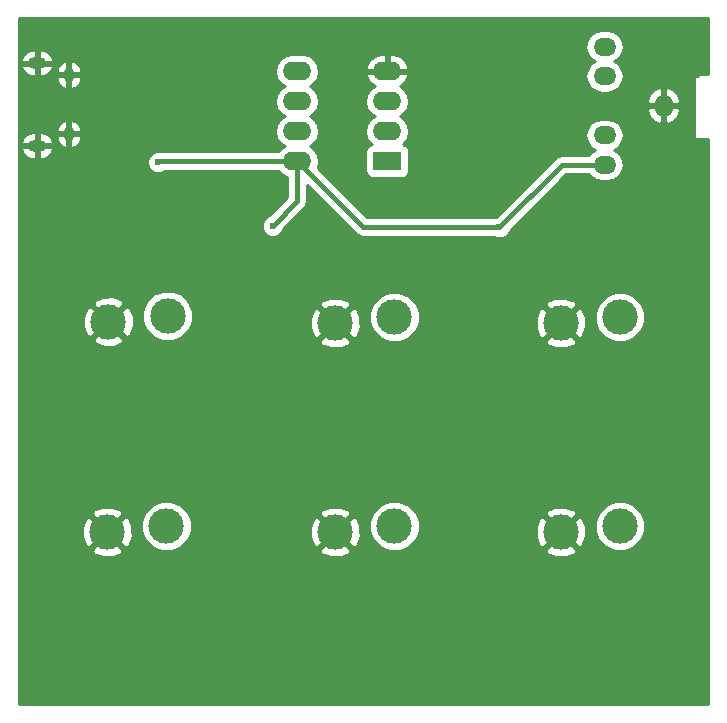
<source format=gbl>
G04 #@! TF.FileFunction,Copper,L2,Bot,Signal*
%FSLAX46Y46*%
G04 Gerber Fmt 4.6, Leading zero omitted, Abs format (unit mm)*
G04 Created by KiCad (PCBNEW 4.0.6) date Sunday, July 23, 2017 'AMt' 01:12:39 AM*
%MOMM*%
%LPD*%
G01*
G04 APERTURE LIST*
%ADD10C,0.100000*%
%ADD11O,1.524000X1.900000*%
%ADD12O,1.900000X1.524000*%
%ADD13R,2.400000X1.600000*%
%ADD14O,2.400000X1.600000*%
%ADD15O,0.950000X1.250000*%
%ADD16O,1.550000X1.000000*%
%ADD17C,3.000000*%
%ADD18C,0.600000*%
%ADD19C,0.400000*%
%ADD20C,0.254000*%
G04 APERTURE END LIST*
D10*
D11*
X165172000Y-79627000D03*
D12*
X160172000Y-82127000D03*
X160172000Y-77127000D03*
X160172000Y-84627000D03*
X160172000Y-74627000D03*
D13*
X141772000Y-84327000D03*
D14*
X134152000Y-76707000D03*
X141772000Y-81787000D03*
X134152000Y-79247000D03*
X141772000Y-79247000D03*
X134152000Y-81787000D03*
X141772000Y-76707000D03*
X134152000Y-84327000D03*
D15*
X114822000Y-77027000D03*
X114822000Y-82027000D03*
D16*
X112122000Y-76027000D03*
X112122000Y-83027000D03*
D17*
X118172000Y-97927000D03*
X123172000Y-97427000D03*
X118072000Y-115727000D03*
X123072000Y-115227000D03*
X137372000Y-98027000D03*
X142372000Y-97527000D03*
X137372000Y-115727000D03*
X142372000Y-115227000D03*
X156472000Y-98027000D03*
X161472000Y-97527000D03*
X156472000Y-115727000D03*
X161472000Y-115227000D03*
D18*
X132072000Y-89827000D03*
X151272000Y-89927000D03*
X122372000Y-84427000D03*
D19*
X134152000Y-84327000D02*
X134152000Y-87747000D01*
X134152000Y-87747000D02*
X132072000Y-89827000D01*
X151272000Y-89927000D02*
X139752000Y-89927000D01*
X139752000Y-89927000D02*
X134152000Y-84327000D01*
X160172000Y-84627000D02*
X156572000Y-84627000D01*
X156572000Y-84627000D02*
X151272000Y-89927000D01*
X134152000Y-84327000D02*
X122472000Y-84327000D01*
X122472000Y-84327000D02*
X122372000Y-84427000D01*
D20*
G36*
X168962000Y-76917000D02*
X168472000Y-76917000D01*
X168200295Y-76971046D01*
X168007301Y-77100000D01*
X167872000Y-77100000D01*
X167822590Y-77110006D01*
X167780965Y-77138447D01*
X167753685Y-77180841D01*
X167745000Y-77227000D01*
X167745000Y-82327000D01*
X167755006Y-82376410D01*
X167783447Y-82418035D01*
X167825841Y-82445315D01*
X167872000Y-82454000D01*
X168962000Y-82454000D01*
X168962000Y-130317000D01*
X110582000Y-130317000D01*
X110582000Y-117240970D01*
X116737635Y-117240970D01*
X116897418Y-117559739D01*
X117688187Y-117869723D01*
X118537387Y-117853497D01*
X119246582Y-117559739D01*
X119406365Y-117240970D01*
X118072000Y-115906605D01*
X116737635Y-117240970D01*
X110582000Y-117240970D01*
X110582000Y-115343187D01*
X115929277Y-115343187D01*
X115945503Y-116192387D01*
X116239261Y-116901582D01*
X116558030Y-117061365D01*
X117892395Y-115727000D01*
X118251605Y-115727000D01*
X119585970Y-117061365D01*
X119904739Y-116901582D01*
X120214723Y-116110813D01*
X120205915Y-115649815D01*
X120936630Y-115649815D01*
X121260980Y-116434800D01*
X121861041Y-117035909D01*
X122645459Y-117361628D01*
X123494815Y-117362370D01*
X123788624Y-117240970D01*
X136037635Y-117240970D01*
X136197418Y-117559739D01*
X136988187Y-117869723D01*
X137837387Y-117853497D01*
X138546582Y-117559739D01*
X138706365Y-117240970D01*
X137372000Y-115906605D01*
X136037635Y-117240970D01*
X123788624Y-117240970D01*
X124279800Y-117038020D01*
X124880909Y-116437959D01*
X125206628Y-115653541D01*
X125206899Y-115343187D01*
X135229277Y-115343187D01*
X135245503Y-116192387D01*
X135539261Y-116901582D01*
X135858030Y-117061365D01*
X137192395Y-115727000D01*
X137551605Y-115727000D01*
X138885970Y-117061365D01*
X139204739Y-116901582D01*
X139514723Y-116110813D01*
X139505915Y-115649815D01*
X140236630Y-115649815D01*
X140560980Y-116434800D01*
X141161041Y-117035909D01*
X141945459Y-117361628D01*
X142794815Y-117362370D01*
X143088624Y-117240970D01*
X155137635Y-117240970D01*
X155297418Y-117559739D01*
X156088187Y-117869723D01*
X156937387Y-117853497D01*
X157646582Y-117559739D01*
X157806365Y-117240970D01*
X156472000Y-115906605D01*
X155137635Y-117240970D01*
X143088624Y-117240970D01*
X143579800Y-117038020D01*
X144180909Y-116437959D01*
X144506628Y-115653541D01*
X144506899Y-115343187D01*
X154329277Y-115343187D01*
X154345503Y-116192387D01*
X154639261Y-116901582D01*
X154958030Y-117061365D01*
X156292395Y-115727000D01*
X156651605Y-115727000D01*
X157985970Y-117061365D01*
X158304739Y-116901582D01*
X158614723Y-116110813D01*
X158605915Y-115649815D01*
X159336630Y-115649815D01*
X159660980Y-116434800D01*
X160261041Y-117035909D01*
X161045459Y-117361628D01*
X161894815Y-117362370D01*
X162679800Y-117038020D01*
X163280909Y-116437959D01*
X163606628Y-115653541D01*
X163607370Y-114804185D01*
X163283020Y-114019200D01*
X162682959Y-113418091D01*
X161898541Y-113092372D01*
X161049185Y-113091630D01*
X160264200Y-113415980D01*
X159663091Y-114016041D01*
X159337372Y-114800459D01*
X159336630Y-115649815D01*
X158605915Y-115649815D01*
X158598497Y-115261613D01*
X158304739Y-114552418D01*
X157985970Y-114392635D01*
X156651605Y-115727000D01*
X156292395Y-115727000D01*
X154958030Y-114392635D01*
X154639261Y-114552418D01*
X154329277Y-115343187D01*
X144506899Y-115343187D01*
X144507370Y-114804185D01*
X144263110Y-114213030D01*
X155137635Y-114213030D01*
X156472000Y-115547395D01*
X157806365Y-114213030D01*
X157646582Y-113894261D01*
X156855813Y-113584277D01*
X156006613Y-113600503D01*
X155297418Y-113894261D01*
X155137635Y-114213030D01*
X144263110Y-114213030D01*
X144183020Y-114019200D01*
X143582959Y-113418091D01*
X142798541Y-113092372D01*
X141949185Y-113091630D01*
X141164200Y-113415980D01*
X140563091Y-114016041D01*
X140237372Y-114800459D01*
X140236630Y-115649815D01*
X139505915Y-115649815D01*
X139498497Y-115261613D01*
X139204739Y-114552418D01*
X138885970Y-114392635D01*
X137551605Y-115727000D01*
X137192395Y-115727000D01*
X135858030Y-114392635D01*
X135539261Y-114552418D01*
X135229277Y-115343187D01*
X125206899Y-115343187D01*
X125207370Y-114804185D01*
X124963110Y-114213030D01*
X136037635Y-114213030D01*
X137372000Y-115547395D01*
X138706365Y-114213030D01*
X138546582Y-113894261D01*
X137755813Y-113584277D01*
X136906613Y-113600503D01*
X136197418Y-113894261D01*
X136037635Y-114213030D01*
X124963110Y-114213030D01*
X124883020Y-114019200D01*
X124282959Y-113418091D01*
X123498541Y-113092372D01*
X122649185Y-113091630D01*
X121864200Y-113415980D01*
X121263091Y-114016041D01*
X120937372Y-114800459D01*
X120936630Y-115649815D01*
X120205915Y-115649815D01*
X120198497Y-115261613D01*
X119904739Y-114552418D01*
X119585970Y-114392635D01*
X118251605Y-115727000D01*
X117892395Y-115727000D01*
X116558030Y-114392635D01*
X116239261Y-114552418D01*
X115929277Y-115343187D01*
X110582000Y-115343187D01*
X110582000Y-114213030D01*
X116737635Y-114213030D01*
X118072000Y-115547395D01*
X119406365Y-114213030D01*
X119246582Y-113894261D01*
X118455813Y-113584277D01*
X117606613Y-113600503D01*
X116897418Y-113894261D01*
X116737635Y-114213030D01*
X110582000Y-114213030D01*
X110582000Y-99440970D01*
X116837635Y-99440970D01*
X116997418Y-99759739D01*
X117788187Y-100069723D01*
X118637387Y-100053497D01*
X119346582Y-99759739D01*
X119506365Y-99440970D01*
X118172000Y-98106605D01*
X116837635Y-99440970D01*
X110582000Y-99440970D01*
X110582000Y-97543187D01*
X116029277Y-97543187D01*
X116045503Y-98392387D01*
X116339261Y-99101582D01*
X116658030Y-99261365D01*
X117992395Y-97927000D01*
X118351605Y-97927000D01*
X119685970Y-99261365D01*
X120004739Y-99101582D01*
X120314723Y-98310813D01*
X120305915Y-97849815D01*
X121036630Y-97849815D01*
X121360980Y-98634800D01*
X121961041Y-99235909D01*
X122745459Y-99561628D01*
X123594815Y-99562370D01*
X123646606Y-99540970D01*
X136037635Y-99540970D01*
X136197418Y-99859739D01*
X136988187Y-100169723D01*
X137837387Y-100153497D01*
X138546582Y-99859739D01*
X138706365Y-99540970D01*
X137372000Y-98206605D01*
X136037635Y-99540970D01*
X123646606Y-99540970D01*
X124379800Y-99238020D01*
X124980909Y-98637959D01*
X125306628Y-97853541D01*
X125306811Y-97643187D01*
X135229277Y-97643187D01*
X135245503Y-98492387D01*
X135539261Y-99201582D01*
X135858030Y-99361365D01*
X137192395Y-98027000D01*
X137551605Y-98027000D01*
X138885970Y-99361365D01*
X139204739Y-99201582D01*
X139514723Y-98410813D01*
X139505915Y-97949815D01*
X140236630Y-97949815D01*
X140560980Y-98734800D01*
X141161041Y-99335909D01*
X141945459Y-99661628D01*
X142794815Y-99662370D01*
X143088624Y-99540970D01*
X155137635Y-99540970D01*
X155297418Y-99859739D01*
X156088187Y-100169723D01*
X156937387Y-100153497D01*
X157646582Y-99859739D01*
X157806365Y-99540970D01*
X156472000Y-98206605D01*
X155137635Y-99540970D01*
X143088624Y-99540970D01*
X143579800Y-99338020D01*
X144180909Y-98737959D01*
X144506628Y-97953541D01*
X144506899Y-97643187D01*
X154329277Y-97643187D01*
X154345503Y-98492387D01*
X154639261Y-99201582D01*
X154958030Y-99361365D01*
X156292395Y-98027000D01*
X156651605Y-98027000D01*
X157985970Y-99361365D01*
X158304739Y-99201582D01*
X158614723Y-98410813D01*
X158605915Y-97949815D01*
X159336630Y-97949815D01*
X159660980Y-98734800D01*
X160261041Y-99335909D01*
X161045459Y-99661628D01*
X161894815Y-99662370D01*
X162679800Y-99338020D01*
X163280909Y-98737959D01*
X163606628Y-97953541D01*
X163607370Y-97104185D01*
X163283020Y-96319200D01*
X162682959Y-95718091D01*
X161898541Y-95392372D01*
X161049185Y-95391630D01*
X160264200Y-95715980D01*
X159663091Y-96316041D01*
X159337372Y-97100459D01*
X159336630Y-97949815D01*
X158605915Y-97949815D01*
X158598497Y-97561613D01*
X158304739Y-96852418D01*
X157985970Y-96692635D01*
X156651605Y-98027000D01*
X156292395Y-98027000D01*
X154958030Y-96692635D01*
X154639261Y-96852418D01*
X154329277Y-97643187D01*
X144506899Y-97643187D01*
X144507370Y-97104185D01*
X144263110Y-96513030D01*
X155137635Y-96513030D01*
X156472000Y-97847395D01*
X157806365Y-96513030D01*
X157646582Y-96194261D01*
X156855813Y-95884277D01*
X156006613Y-95900503D01*
X155297418Y-96194261D01*
X155137635Y-96513030D01*
X144263110Y-96513030D01*
X144183020Y-96319200D01*
X143582959Y-95718091D01*
X142798541Y-95392372D01*
X141949185Y-95391630D01*
X141164200Y-95715980D01*
X140563091Y-96316041D01*
X140237372Y-97100459D01*
X140236630Y-97949815D01*
X139505915Y-97949815D01*
X139498497Y-97561613D01*
X139204739Y-96852418D01*
X138885970Y-96692635D01*
X137551605Y-98027000D01*
X137192395Y-98027000D01*
X135858030Y-96692635D01*
X135539261Y-96852418D01*
X135229277Y-97643187D01*
X125306811Y-97643187D01*
X125307370Y-97004185D01*
X125104429Y-96513030D01*
X136037635Y-96513030D01*
X137372000Y-97847395D01*
X138706365Y-96513030D01*
X138546582Y-96194261D01*
X137755813Y-95884277D01*
X136906613Y-95900503D01*
X136197418Y-96194261D01*
X136037635Y-96513030D01*
X125104429Y-96513030D01*
X124983020Y-96219200D01*
X124382959Y-95618091D01*
X123598541Y-95292372D01*
X122749185Y-95291630D01*
X121964200Y-95615980D01*
X121363091Y-96216041D01*
X121037372Y-97000459D01*
X121036630Y-97849815D01*
X120305915Y-97849815D01*
X120298497Y-97461613D01*
X120004739Y-96752418D01*
X119685970Y-96592635D01*
X118351605Y-97927000D01*
X117992395Y-97927000D01*
X116658030Y-96592635D01*
X116339261Y-96752418D01*
X116029277Y-97543187D01*
X110582000Y-97543187D01*
X110582000Y-96413030D01*
X116837635Y-96413030D01*
X118172000Y-97747395D01*
X119506365Y-96413030D01*
X119346582Y-96094261D01*
X118555813Y-95784277D01*
X117706613Y-95800503D01*
X116997418Y-96094261D01*
X116837635Y-96413030D01*
X110582000Y-96413030D01*
X110582000Y-84612167D01*
X121436838Y-84612167D01*
X121578883Y-84955943D01*
X121841673Y-85219192D01*
X122185201Y-85361838D01*
X122557167Y-85362162D01*
X122900943Y-85220117D01*
X122959162Y-85162000D01*
X132581281Y-85162000D01*
X132701352Y-85341698D01*
X133166899Y-85652767D01*
X133317000Y-85682624D01*
X133317000Y-87401132D01*
X131783667Y-88934465D01*
X131543057Y-89033883D01*
X131279808Y-89296673D01*
X131137162Y-89640201D01*
X131136838Y-90012167D01*
X131278883Y-90355943D01*
X131541673Y-90619192D01*
X131885201Y-90761838D01*
X132257167Y-90762162D01*
X132600943Y-90620117D01*
X132864192Y-90357327D01*
X132964778Y-90115090D01*
X134742434Y-88337434D01*
X134923439Y-88066541D01*
X134987000Y-87747000D01*
X134987000Y-86342868D01*
X139161566Y-90517434D01*
X139432459Y-90698439D01*
X139752000Y-90762000D01*
X150844766Y-90762000D01*
X151085201Y-90861838D01*
X151457167Y-90862162D01*
X151800943Y-90720117D01*
X152064192Y-90457327D01*
X152164778Y-90215090D01*
X156917868Y-85462000D01*
X158863003Y-85462000D01*
X158965120Y-85614828D01*
X159418339Y-85917660D01*
X159952948Y-86024000D01*
X160391052Y-86024000D01*
X160925661Y-85917660D01*
X161378880Y-85614828D01*
X161681712Y-85161609D01*
X161788052Y-84627000D01*
X161681712Y-84092391D01*
X161378880Y-83639172D01*
X160986513Y-83377000D01*
X161378880Y-83114828D01*
X161681712Y-82661609D01*
X161788052Y-82127000D01*
X161681712Y-81592391D01*
X161378880Y-81139172D01*
X160925661Y-80836340D01*
X160391052Y-80730000D01*
X159952948Y-80730000D01*
X159418339Y-80836340D01*
X158965120Y-81139172D01*
X158662288Y-81592391D01*
X158555948Y-82127000D01*
X158662288Y-82661609D01*
X158965120Y-83114828D01*
X159357487Y-83377000D01*
X158965120Y-83639172D01*
X158863003Y-83792000D01*
X156572000Y-83792000D01*
X156252459Y-83855561D01*
X156025128Y-84007459D01*
X155981566Y-84036566D01*
X150983667Y-89034465D01*
X150844422Y-89092000D01*
X140097868Y-89092000D01*
X135901021Y-84895153D01*
X135913717Y-84876151D01*
X136022950Y-84327000D01*
X135913717Y-83777849D01*
X135602648Y-83312302D01*
X135220562Y-83057000D01*
X135602648Y-82801698D01*
X135913717Y-82336151D01*
X136022950Y-81787000D01*
X135913717Y-81237849D01*
X135602648Y-80772302D01*
X135220562Y-80517000D01*
X135602648Y-80261698D01*
X135913717Y-79796151D01*
X136022950Y-79247000D01*
X139901050Y-79247000D01*
X140010283Y-79796151D01*
X140321352Y-80261698D01*
X140703438Y-80517000D01*
X140321352Y-80772302D01*
X140010283Y-81237849D01*
X139901050Y-81787000D01*
X140010283Y-82336151D01*
X140321352Y-82801698D01*
X140467350Y-82899251D01*
X140336683Y-82923838D01*
X140120559Y-83062910D01*
X139975569Y-83275110D01*
X139924560Y-83527000D01*
X139924560Y-85127000D01*
X139968838Y-85362317D01*
X140107910Y-85578441D01*
X140320110Y-85723431D01*
X140572000Y-85774440D01*
X142972000Y-85774440D01*
X143207317Y-85730162D01*
X143423441Y-85591090D01*
X143568431Y-85378890D01*
X143619440Y-85127000D01*
X143619440Y-83527000D01*
X143575162Y-83291683D01*
X143436090Y-83075559D01*
X143223890Y-82930569D01*
X143074926Y-82900403D01*
X143222648Y-82801698D01*
X143533717Y-82336151D01*
X143642950Y-81787000D01*
X143533717Y-81237849D01*
X143222648Y-80772302D01*
X142840562Y-80517000D01*
X143222648Y-80261698D01*
X143415067Y-79973723D01*
X163779926Y-79973723D01*
X163946632Y-80494365D01*
X164299889Y-80911579D01*
X164785917Y-81161849D01*
X164828930Y-81169220D01*
X165045000Y-81046720D01*
X165045000Y-79754000D01*
X165299000Y-79754000D01*
X165299000Y-81046720D01*
X165515070Y-81169220D01*
X165558083Y-81161849D01*
X166044111Y-80911579D01*
X166397368Y-80494365D01*
X166564074Y-79973723D01*
X166413015Y-79754000D01*
X165299000Y-79754000D01*
X165045000Y-79754000D01*
X163930985Y-79754000D01*
X163779926Y-79973723D01*
X143415067Y-79973723D01*
X143533717Y-79796151D01*
X143636330Y-79280277D01*
X163779926Y-79280277D01*
X163930985Y-79500000D01*
X165045000Y-79500000D01*
X165045000Y-78207280D01*
X165299000Y-78207280D01*
X165299000Y-79500000D01*
X166413015Y-79500000D01*
X166564074Y-79280277D01*
X166397368Y-78759635D01*
X166044111Y-78342421D01*
X165558083Y-78092151D01*
X165515070Y-78084780D01*
X165299000Y-78207280D01*
X165045000Y-78207280D01*
X164828930Y-78084780D01*
X164785917Y-78092151D01*
X164299889Y-78342421D01*
X163946632Y-78759635D01*
X163779926Y-79280277D01*
X143636330Y-79280277D01*
X143642950Y-79247000D01*
X143533717Y-78697849D01*
X143222648Y-78232302D01*
X142844293Y-77979493D01*
X143276500Y-77631896D01*
X143546367Y-77138819D01*
X143563904Y-77056039D01*
X143441915Y-76834000D01*
X141899000Y-76834000D01*
X141899000Y-76854000D01*
X141645000Y-76854000D01*
X141645000Y-76834000D01*
X140102085Y-76834000D01*
X139980096Y-77056039D01*
X139997633Y-77138819D01*
X140267500Y-77631896D01*
X140699707Y-77979493D01*
X140321352Y-78232302D01*
X140010283Y-78697849D01*
X139901050Y-79247000D01*
X136022950Y-79247000D01*
X135913717Y-78697849D01*
X135602648Y-78232302D01*
X135220562Y-77977000D01*
X135602648Y-77721698D01*
X135913717Y-77256151D01*
X136022950Y-76707000D01*
X135953522Y-76357961D01*
X139980096Y-76357961D01*
X140102085Y-76580000D01*
X141645000Y-76580000D01*
X141645000Y-75272000D01*
X141899000Y-75272000D01*
X141899000Y-76580000D01*
X143441915Y-76580000D01*
X143563904Y-76357961D01*
X143546367Y-76275181D01*
X143276500Y-75782104D01*
X142838483Y-75429834D01*
X142299000Y-75272000D01*
X141899000Y-75272000D01*
X141645000Y-75272000D01*
X141245000Y-75272000D01*
X140705517Y-75429834D01*
X140267500Y-75782104D01*
X139997633Y-76275181D01*
X139980096Y-76357961D01*
X135953522Y-76357961D01*
X135913717Y-76157849D01*
X135602648Y-75692302D01*
X135137101Y-75381233D01*
X134587950Y-75272000D01*
X133716050Y-75272000D01*
X133166899Y-75381233D01*
X132701352Y-75692302D01*
X132390283Y-76157849D01*
X132281050Y-76707000D01*
X132390283Y-77256151D01*
X132701352Y-77721698D01*
X133083438Y-77977000D01*
X132701352Y-78232302D01*
X132390283Y-78697849D01*
X132281050Y-79247000D01*
X132390283Y-79796151D01*
X132701352Y-80261698D01*
X133083438Y-80517000D01*
X132701352Y-80772302D01*
X132390283Y-81237849D01*
X132281050Y-81787000D01*
X132390283Y-82336151D01*
X132701352Y-82801698D01*
X133083438Y-83057000D01*
X132701352Y-83312302D01*
X132581281Y-83492000D01*
X122472000Y-83492000D01*
X122471568Y-83492086D01*
X122186833Y-83491838D01*
X121843057Y-83633883D01*
X121579808Y-83896673D01*
X121437162Y-84240201D01*
X121436838Y-84612167D01*
X110582000Y-84612167D01*
X110582000Y-83328874D01*
X110752881Y-83328874D01*
X110954632Y-83739763D01*
X111295322Y-84027002D01*
X111720000Y-84162000D01*
X111995000Y-84162000D01*
X111995000Y-83154000D01*
X112249000Y-83154000D01*
X112249000Y-84162000D01*
X112524000Y-84162000D01*
X112948678Y-84027002D01*
X113289368Y-83739763D01*
X113491119Y-83328874D01*
X113364954Y-83154000D01*
X112249000Y-83154000D01*
X111995000Y-83154000D01*
X110879046Y-83154000D01*
X110752881Y-83328874D01*
X110582000Y-83328874D01*
X110582000Y-82725126D01*
X110752881Y-82725126D01*
X110879046Y-82900000D01*
X111995000Y-82900000D01*
X111995000Y-81892000D01*
X112249000Y-81892000D01*
X112249000Y-82900000D01*
X113364954Y-82900000D01*
X113491119Y-82725126D01*
X113296191Y-82328131D01*
X113720771Y-82328131D01*
X113862432Y-82738049D01*
X114150179Y-83062552D01*
X114524062Y-83246268D01*
X114695000Y-83119734D01*
X114695000Y-82154000D01*
X114949000Y-82154000D01*
X114949000Y-83119734D01*
X115119938Y-83246268D01*
X115493821Y-83062552D01*
X115781568Y-82738049D01*
X115923229Y-82328131D01*
X115774563Y-82154000D01*
X114949000Y-82154000D01*
X114695000Y-82154000D01*
X113869437Y-82154000D01*
X113720771Y-82328131D01*
X113296191Y-82328131D01*
X113289368Y-82314237D01*
X112948678Y-82026998D01*
X112524000Y-81892000D01*
X112249000Y-81892000D01*
X111995000Y-81892000D01*
X111720000Y-81892000D01*
X111295322Y-82026998D01*
X110954632Y-82314237D01*
X110752881Y-82725126D01*
X110582000Y-82725126D01*
X110582000Y-81725869D01*
X113720771Y-81725869D01*
X113869437Y-81900000D01*
X114695000Y-81900000D01*
X114695000Y-80934266D01*
X114949000Y-80934266D01*
X114949000Y-81900000D01*
X115774563Y-81900000D01*
X115923229Y-81725869D01*
X115781568Y-81315951D01*
X115493821Y-80991448D01*
X115119938Y-80807732D01*
X114949000Y-80934266D01*
X114695000Y-80934266D01*
X114524062Y-80807732D01*
X114150179Y-80991448D01*
X113862432Y-81315951D01*
X113720771Y-81725869D01*
X110582000Y-81725869D01*
X110582000Y-77328131D01*
X113720771Y-77328131D01*
X113862432Y-77738049D01*
X114150179Y-78062552D01*
X114524062Y-78246268D01*
X114695000Y-78119734D01*
X114695000Y-77154000D01*
X114949000Y-77154000D01*
X114949000Y-78119734D01*
X115119938Y-78246268D01*
X115493821Y-78062552D01*
X115781568Y-77738049D01*
X115923229Y-77328131D01*
X115774563Y-77154000D01*
X114949000Y-77154000D01*
X114695000Y-77154000D01*
X113869437Y-77154000D01*
X113720771Y-77328131D01*
X110582000Y-77328131D01*
X110582000Y-76328874D01*
X110752881Y-76328874D01*
X110954632Y-76739763D01*
X111295322Y-77027002D01*
X111720000Y-77162000D01*
X111995000Y-77162000D01*
X111995000Y-76154000D01*
X112249000Y-76154000D01*
X112249000Y-77162000D01*
X112524000Y-77162000D01*
X112948678Y-77027002D01*
X113289368Y-76739763D01*
X113296190Y-76725869D01*
X113720771Y-76725869D01*
X113869437Y-76900000D01*
X114695000Y-76900000D01*
X114695000Y-75934266D01*
X114949000Y-75934266D01*
X114949000Y-76900000D01*
X115774563Y-76900000D01*
X115923229Y-76725869D01*
X115781568Y-76315951D01*
X115493821Y-75991448D01*
X115119938Y-75807732D01*
X114949000Y-75934266D01*
X114695000Y-75934266D01*
X114524062Y-75807732D01*
X114150179Y-75991448D01*
X113862432Y-76315951D01*
X113720771Y-76725869D01*
X113296190Y-76725869D01*
X113491119Y-76328874D01*
X113364954Y-76154000D01*
X112249000Y-76154000D01*
X111995000Y-76154000D01*
X110879046Y-76154000D01*
X110752881Y-76328874D01*
X110582000Y-76328874D01*
X110582000Y-75725126D01*
X110752881Y-75725126D01*
X110879046Y-75900000D01*
X111995000Y-75900000D01*
X111995000Y-74892000D01*
X112249000Y-74892000D01*
X112249000Y-75900000D01*
X113364954Y-75900000D01*
X113491119Y-75725126D01*
X113289368Y-75314237D01*
X112948678Y-75026998D01*
X112524000Y-74892000D01*
X112249000Y-74892000D01*
X111995000Y-74892000D01*
X111720000Y-74892000D01*
X111295322Y-75026998D01*
X110954632Y-75314237D01*
X110752881Y-75725126D01*
X110582000Y-75725126D01*
X110582000Y-74627000D01*
X158555948Y-74627000D01*
X158662288Y-75161609D01*
X158965120Y-75614828D01*
X159357487Y-75877000D01*
X158965120Y-76139172D01*
X158662288Y-76592391D01*
X158555948Y-77127000D01*
X158662288Y-77661609D01*
X158965120Y-78114828D01*
X159418339Y-78417660D01*
X159952948Y-78524000D01*
X160391052Y-78524000D01*
X160925661Y-78417660D01*
X161378880Y-78114828D01*
X161681712Y-77661609D01*
X161788052Y-77127000D01*
X161681712Y-76592391D01*
X161378880Y-76139172D01*
X160986513Y-75877000D01*
X161378880Y-75614828D01*
X161681712Y-75161609D01*
X161788052Y-74627000D01*
X161681712Y-74092391D01*
X161378880Y-73639172D01*
X160925661Y-73336340D01*
X160391052Y-73230000D01*
X159952948Y-73230000D01*
X159418339Y-73336340D01*
X158965120Y-73639172D01*
X158662288Y-74092391D01*
X158555948Y-74627000D01*
X110582000Y-74627000D01*
X110582000Y-72237000D01*
X168962000Y-72237000D01*
X168962000Y-76917000D01*
X168962000Y-76917000D01*
G37*
X168962000Y-76917000D02*
X168472000Y-76917000D01*
X168200295Y-76971046D01*
X168007301Y-77100000D01*
X167872000Y-77100000D01*
X167822590Y-77110006D01*
X167780965Y-77138447D01*
X167753685Y-77180841D01*
X167745000Y-77227000D01*
X167745000Y-82327000D01*
X167755006Y-82376410D01*
X167783447Y-82418035D01*
X167825841Y-82445315D01*
X167872000Y-82454000D01*
X168962000Y-82454000D01*
X168962000Y-130317000D01*
X110582000Y-130317000D01*
X110582000Y-117240970D01*
X116737635Y-117240970D01*
X116897418Y-117559739D01*
X117688187Y-117869723D01*
X118537387Y-117853497D01*
X119246582Y-117559739D01*
X119406365Y-117240970D01*
X118072000Y-115906605D01*
X116737635Y-117240970D01*
X110582000Y-117240970D01*
X110582000Y-115343187D01*
X115929277Y-115343187D01*
X115945503Y-116192387D01*
X116239261Y-116901582D01*
X116558030Y-117061365D01*
X117892395Y-115727000D01*
X118251605Y-115727000D01*
X119585970Y-117061365D01*
X119904739Y-116901582D01*
X120214723Y-116110813D01*
X120205915Y-115649815D01*
X120936630Y-115649815D01*
X121260980Y-116434800D01*
X121861041Y-117035909D01*
X122645459Y-117361628D01*
X123494815Y-117362370D01*
X123788624Y-117240970D01*
X136037635Y-117240970D01*
X136197418Y-117559739D01*
X136988187Y-117869723D01*
X137837387Y-117853497D01*
X138546582Y-117559739D01*
X138706365Y-117240970D01*
X137372000Y-115906605D01*
X136037635Y-117240970D01*
X123788624Y-117240970D01*
X124279800Y-117038020D01*
X124880909Y-116437959D01*
X125206628Y-115653541D01*
X125206899Y-115343187D01*
X135229277Y-115343187D01*
X135245503Y-116192387D01*
X135539261Y-116901582D01*
X135858030Y-117061365D01*
X137192395Y-115727000D01*
X137551605Y-115727000D01*
X138885970Y-117061365D01*
X139204739Y-116901582D01*
X139514723Y-116110813D01*
X139505915Y-115649815D01*
X140236630Y-115649815D01*
X140560980Y-116434800D01*
X141161041Y-117035909D01*
X141945459Y-117361628D01*
X142794815Y-117362370D01*
X143088624Y-117240970D01*
X155137635Y-117240970D01*
X155297418Y-117559739D01*
X156088187Y-117869723D01*
X156937387Y-117853497D01*
X157646582Y-117559739D01*
X157806365Y-117240970D01*
X156472000Y-115906605D01*
X155137635Y-117240970D01*
X143088624Y-117240970D01*
X143579800Y-117038020D01*
X144180909Y-116437959D01*
X144506628Y-115653541D01*
X144506899Y-115343187D01*
X154329277Y-115343187D01*
X154345503Y-116192387D01*
X154639261Y-116901582D01*
X154958030Y-117061365D01*
X156292395Y-115727000D01*
X156651605Y-115727000D01*
X157985970Y-117061365D01*
X158304739Y-116901582D01*
X158614723Y-116110813D01*
X158605915Y-115649815D01*
X159336630Y-115649815D01*
X159660980Y-116434800D01*
X160261041Y-117035909D01*
X161045459Y-117361628D01*
X161894815Y-117362370D01*
X162679800Y-117038020D01*
X163280909Y-116437959D01*
X163606628Y-115653541D01*
X163607370Y-114804185D01*
X163283020Y-114019200D01*
X162682959Y-113418091D01*
X161898541Y-113092372D01*
X161049185Y-113091630D01*
X160264200Y-113415980D01*
X159663091Y-114016041D01*
X159337372Y-114800459D01*
X159336630Y-115649815D01*
X158605915Y-115649815D01*
X158598497Y-115261613D01*
X158304739Y-114552418D01*
X157985970Y-114392635D01*
X156651605Y-115727000D01*
X156292395Y-115727000D01*
X154958030Y-114392635D01*
X154639261Y-114552418D01*
X154329277Y-115343187D01*
X144506899Y-115343187D01*
X144507370Y-114804185D01*
X144263110Y-114213030D01*
X155137635Y-114213030D01*
X156472000Y-115547395D01*
X157806365Y-114213030D01*
X157646582Y-113894261D01*
X156855813Y-113584277D01*
X156006613Y-113600503D01*
X155297418Y-113894261D01*
X155137635Y-114213030D01*
X144263110Y-114213030D01*
X144183020Y-114019200D01*
X143582959Y-113418091D01*
X142798541Y-113092372D01*
X141949185Y-113091630D01*
X141164200Y-113415980D01*
X140563091Y-114016041D01*
X140237372Y-114800459D01*
X140236630Y-115649815D01*
X139505915Y-115649815D01*
X139498497Y-115261613D01*
X139204739Y-114552418D01*
X138885970Y-114392635D01*
X137551605Y-115727000D01*
X137192395Y-115727000D01*
X135858030Y-114392635D01*
X135539261Y-114552418D01*
X135229277Y-115343187D01*
X125206899Y-115343187D01*
X125207370Y-114804185D01*
X124963110Y-114213030D01*
X136037635Y-114213030D01*
X137372000Y-115547395D01*
X138706365Y-114213030D01*
X138546582Y-113894261D01*
X137755813Y-113584277D01*
X136906613Y-113600503D01*
X136197418Y-113894261D01*
X136037635Y-114213030D01*
X124963110Y-114213030D01*
X124883020Y-114019200D01*
X124282959Y-113418091D01*
X123498541Y-113092372D01*
X122649185Y-113091630D01*
X121864200Y-113415980D01*
X121263091Y-114016041D01*
X120937372Y-114800459D01*
X120936630Y-115649815D01*
X120205915Y-115649815D01*
X120198497Y-115261613D01*
X119904739Y-114552418D01*
X119585970Y-114392635D01*
X118251605Y-115727000D01*
X117892395Y-115727000D01*
X116558030Y-114392635D01*
X116239261Y-114552418D01*
X115929277Y-115343187D01*
X110582000Y-115343187D01*
X110582000Y-114213030D01*
X116737635Y-114213030D01*
X118072000Y-115547395D01*
X119406365Y-114213030D01*
X119246582Y-113894261D01*
X118455813Y-113584277D01*
X117606613Y-113600503D01*
X116897418Y-113894261D01*
X116737635Y-114213030D01*
X110582000Y-114213030D01*
X110582000Y-99440970D01*
X116837635Y-99440970D01*
X116997418Y-99759739D01*
X117788187Y-100069723D01*
X118637387Y-100053497D01*
X119346582Y-99759739D01*
X119506365Y-99440970D01*
X118172000Y-98106605D01*
X116837635Y-99440970D01*
X110582000Y-99440970D01*
X110582000Y-97543187D01*
X116029277Y-97543187D01*
X116045503Y-98392387D01*
X116339261Y-99101582D01*
X116658030Y-99261365D01*
X117992395Y-97927000D01*
X118351605Y-97927000D01*
X119685970Y-99261365D01*
X120004739Y-99101582D01*
X120314723Y-98310813D01*
X120305915Y-97849815D01*
X121036630Y-97849815D01*
X121360980Y-98634800D01*
X121961041Y-99235909D01*
X122745459Y-99561628D01*
X123594815Y-99562370D01*
X123646606Y-99540970D01*
X136037635Y-99540970D01*
X136197418Y-99859739D01*
X136988187Y-100169723D01*
X137837387Y-100153497D01*
X138546582Y-99859739D01*
X138706365Y-99540970D01*
X137372000Y-98206605D01*
X136037635Y-99540970D01*
X123646606Y-99540970D01*
X124379800Y-99238020D01*
X124980909Y-98637959D01*
X125306628Y-97853541D01*
X125306811Y-97643187D01*
X135229277Y-97643187D01*
X135245503Y-98492387D01*
X135539261Y-99201582D01*
X135858030Y-99361365D01*
X137192395Y-98027000D01*
X137551605Y-98027000D01*
X138885970Y-99361365D01*
X139204739Y-99201582D01*
X139514723Y-98410813D01*
X139505915Y-97949815D01*
X140236630Y-97949815D01*
X140560980Y-98734800D01*
X141161041Y-99335909D01*
X141945459Y-99661628D01*
X142794815Y-99662370D01*
X143088624Y-99540970D01*
X155137635Y-99540970D01*
X155297418Y-99859739D01*
X156088187Y-100169723D01*
X156937387Y-100153497D01*
X157646582Y-99859739D01*
X157806365Y-99540970D01*
X156472000Y-98206605D01*
X155137635Y-99540970D01*
X143088624Y-99540970D01*
X143579800Y-99338020D01*
X144180909Y-98737959D01*
X144506628Y-97953541D01*
X144506899Y-97643187D01*
X154329277Y-97643187D01*
X154345503Y-98492387D01*
X154639261Y-99201582D01*
X154958030Y-99361365D01*
X156292395Y-98027000D01*
X156651605Y-98027000D01*
X157985970Y-99361365D01*
X158304739Y-99201582D01*
X158614723Y-98410813D01*
X158605915Y-97949815D01*
X159336630Y-97949815D01*
X159660980Y-98734800D01*
X160261041Y-99335909D01*
X161045459Y-99661628D01*
X161894815Y-99662370D01*
X162679800Y-99338020D01*
X163280909Y-98737959D01*
X163606628Y-97953541D01*
X163607370Y-97104185D01*
X163283020Y-96319200D01*
X162682959Y-95718091D01*
X161898541Y-95392372D01*
X161049185Y-95391630D01*
X160264200Y-95715980D01*
X159663091Y-96316041D01*
X159337372Y-97100459D01*
X159336630Y-97949815D01*
X158605915Y-97949815D01*
X158598497Y-97561613D01*
X158304739Y-96852418D01*
X157985970Y-96692635D01*
X156651605Y-98027000D01*
X156292395Y-98027000D01*
X154958030Y-96692635D01*
X154639261Y-96852418D01*
X154329277Y-97643187D01*
X144506899Y-97643187D01*
X144507370Y-97104185D01*
X144263110Y-96513030D01*
X155137635Y-96513030D01*
X156472000Y-97847395D01*
X157806365Y-96513030D01*
X157646582Y-96194261D01*
X156855813Y-95884277D01*
X156006613Y-95900503D01*
X155297418Y-96194261D01*
X155137635Y-96513030D01*
X144263110Y-96513030D01*
X144183020Y-96319200D01*
X143582959Y-95718091D01*
X142798541Y-95392372D01*
X141949185Y-95391630D01*
X141164200Y-95715980D01*
X140563091Y-96316041D01*
X140237372Y-97100459D01*
X140236630Y-97949815D01*
X139505915Y-97949815D01*
X139498497Y-97561613D01*
X139204739Y-96852418D01*
X138885970Y-96692635D01*
X137551605Y-98027000D01*
X137192395Y-98027000D01*
X135858030Y-96692635D01*
X135539261Y-96852418D01*
X135229277Y-97643187D01*
X125306811Y-97643187D01*
X125307370Y-97004185D01*
X125104429Y-96513030D01*
X136037635Y-96513030D01*
X137372000Y-97847395D01*
X138706365Y-96513030D01*
X138546582Y-96194261D01*
X137755813Y-95884277D01*
X136906613Y-95900503D01*
X136197418Y-96194261D01*
X136037635Y-96513030D01*
X125104429Y-96513030D01*
X124983020Y-96219200D01*
X124382959Y-95618091D01*
X123598541Y-95292372D01*
X122749185Y-95291630D01*
X121964200Y-95615980D01*
X121363091Y-96216041D01*
X121037372Y-97000459D01*
X121036630Y-97849815D01*
X120305915Y-97849815D01*
X120298497Y-97461613D01*
X120004739Y-96752418D01*
X119685970Y-96592635D01*
X118351605Y-97927000D01*
X117992395Y-97927000D01*
X116658030Y-96592635D01*
X116339261Y-96752418D01*
X116029277Y-97543187D01*
X110582000Y-97543187D01*
X110582000Y-96413030D01*
X116837635Y-96413030D01*
X118172000Y-97747395D01*
X119506365Y-96413030D01*
X119346582Y-96094261D01*
X118555813Y-95784277D01*
X117706613Y-95800503D01*
X116997418Y-96094261D01*
X116837635Y-96413030D01*
X110582000Y-96413030D01*
X110582000Y-84612167D01*
X121436838Y-84612167D01*
X121578883Y-84955943D01*
X121841673Y-85219192D01*
X122185201Y-85361838D01*
X122557167Y-85362162D01*
X122900943Y-85220117D01*
X122959162Y-85162000D01*
X132581281Y-85162000D01*
X132701352Y-85341698D01*
X133166899Y-85652767D01*
X133317000Y-85682624D01*
X133317000Y-87401132D01*
X131783667Y-88934465D01*
X131543057Y-89033883D01*
X131279808Y-89296673D01*
X131137162Y-89640201D01*
X131136838Y-90012167D01*
X131278883Y-90355943D01*
X131541673Y-90619192D01*
X131885201Y-90761838D01*
X132257167Y-90762162D01*
X132600943Y-90620117D01*
X132864192Y-90357327D01*
X132964778Y-90115090D01*
X134742434Y-88337434D01*
X134923439Y-88066541D01*
X134987000Y-87747000D01*
X134987000Y-86342868D01*
X139161566Y-90517434D01*
X139432459Y-90698439D01*
X139752000Y-90762000D01*
X150844766Y-90762000D01*
X151085201Y-90861838D01*
X151457167Y-90862162D01*
X151800943Y-90720117D01*
X152064192Y-90457327D01*
X152164778Y-90215090D01*
X156917868Y-85462000D01*
X158863003Y-85462000D01*
X158965120Y-85614828D01*
X159418339Y-85917660D01*
X159952948Y-86024000D01*
X160391052Y-86024000D01*
X160925661Y-85917660D01*
X161378880Y-85614828D01*
X161681712Y-85161609D01*
X161788052Y-84627000D01*
X161681712Y-84092391D01*
X161378880Y-83639172D01*
X160986513Y-83377000D01*
X161378880Y-83114828D01*
X161681712Y-82661609D01*
X161788052Y-82127000D01*
X161681712Y-81592391D01*
X161378880Y-81139172D01*
X160925661Y-80836340D01*
X160391052Y-80730000D01*
X159952948Y-80730000D01*
X159418339Y-80836340D01*
X158965120Y-81139172D01*
X158662288Y-81592391D01*
X158555948Y-82127000D01*
X158662288Y-82661609D01*
X158965120Y-83114828D01*
X159357487Y-83377000D01*
X158965120Y-83639172D01*
X158863003Y-83792000D01*
X156572000Y-83792000D01*
X156252459Y-83855561D01*
X156025128Y-84007459D01*
X155981566Y-84036566D01*
X150983667Y-89034465D01*
X150844422Y-89092000D01*
X140097868Y-89092000D01*
X135901021Y-84895153D01*
X135913717Y-84876151D01*
X136022950Y-84327000D01*
X135913717Y-83777849D01*
X135602648Y-83312302D01*
X135220562Y-83057000D01*
X135602648Y-82801698D01*
X135913717Y-82336151D01*
X136022950Y-81787000D01*
X135913717Y-81237849D01*
X135602648Y-80772302D01*
X135220562Y-80517000D01*
X135602648Y-80261698D01*
X135913717Y-79796151D01*
X136022950Y-79247000D01*
X139901050Y-79247000D01*
X140010283Y-79796151D01*
X140321352Y-80261698D01*
X140703438Y-80517000D01*
X140321352Y-80772302D01*
X140010283Y-81237849D01*
X139901050Y-81787000D01*
X140010283Y-82336151D01*
X140321352Y-82801698D01*
X140467350Y-82899251D01*
X140336683Y-82923838D01*
X140120559Y-83062910D01*
X139975569Y-83275110D01*
X139924560Y-83527000D01*
X139924560Y-85127000D01*
X139968838Y-85362317D01*
X140107910Y-85578441D01*
X140320110Y-85723431D01*
X140572000Y-85774440D01*
X142972000Y-85774440D01*
X143207317Y-85730162D01*
X143423441Y-85591090D01*
X143568431Y-85378890D01*
X143619440Y-85127000D01*
X143619440Y-83527000D01*
X143575162Y-83291683D01*
X143436090Y-83075559D01*
X143223890Y-82930569D01*
X143074926Y-82900403D01*
X143222648Y-82801698D01*
X143533717Y-82336151D01*
X143642950Y-81787000D01*
X143533717Y-81237849D01*
X143222648Y-80772302D01*
X142840562Y-80517000D01*
X143222648Y-80261698D01*
X143415067Y-79973723D01*
X163779926Y-79973723D01*
X163946632Y-80494365D01*
X164299889Y-80911579D01*
X164785917Y-81161849D01*
X164828930Y-81169220D01*
X165045000Y-81046720D01*
X165045000Y-79754000D01*
X165299000Y-79754000D01*
X165299000Y-81046720D01*
X165515070Y-81169220D01*
X165558083Y-81161849D01*
X166044111Y-80911579D01*
X166397368Y-80494365D01*
X166564074Y-79973723D01*
X166413015Y-79754000D01*
X165299000Y-79754000D01*
X165045000Y-79754000D01*
X163930985Y-79754000D01*
X163779926Y-79973723D01*
X143415067Y-79973723D01*
X143533717Y-79796151D01*
X143636330Y-79280277D01*
X163779926Y-79280277D01*
X163930985Y-79500000D01*
X165045000Y-79500000D01*
X165045000Y-78207280D01*
X165299000Y-78207280D01*
X165299000Y-79500000D01*
X166413015Y-79500000D01*
X166564074Y-79280277D01*
X166397368Y-78759635D01*
X166044111Y-78342421D01*
X165558083Y-78092151D01*
X165515070Y-78084780D01*
X165299000Y-78207280D01*
X165045000Y-78207280D01*
X164828930Y-78084780D01*
X164785917Y-78092151D01*
X164299889Y-78342421D01*
X163946632Y-78759635D01*
X163779926Y-79280277D01*
X143636330Y-79280277D01*
X143642950Y-79247000D01*
X143533717Y-78697849D01*
X143222648Y-78232302D01*
X142844293Y-77979493D01*
X143276500Y-77631896D01*
X143546367Y-77138819D01*
X143563904Y-77056039D01*
X143441915Y-76834000D01*
X141899000Y-76834000D01*
X141899000Y-76854000D01*
X141645000Y-76854000D01*
X141645000Y-76834000D01*
X140102085Y-76834000D01*
X139980096Y-77056039D01*
X139997633Y-77138819D01*
X140267500Y-77631896D01*
X140699707Y-77979493D01*
X140321352Y-78232302D01*
X140010283Y-78697849D01*
X139901050Y-79247000D01*
X136022950Y-79247000D01*
X135913717Y-78697849D01*
X135602648Y-78232302D01*
X135220562Y-77977000D01*
X135602648Y-77721698D01*
X135913717Y-77256151D01*
X136022950Y-76707000D01*
X135953522Y-76357961D01*
X139980096Y-76357961D01*
X140102085Y-76580000D01*
X141645000Y-76580000D01*
X141645000Y-75272000D01*
X141899000Y-75272000D01*
X141899000Y-76580000D01*
X143441915Y-76580000D01*
X143563904Y-76357961D01*
X143546367Y-76275181D01*
X143276500Y-75782104D01*
X142838483Y-75429834D01*
X142299000Y-75272000D01*
X141899000Y-75272000D01*
X141645000Y-75272000D01*
X141245000Y-75272000D01*
X140705517Y-75429834D01*
X140267500Y-75782104D01*
X139997633Y-76275181D01*
X139980096Y-76357961D01*
X135953522Y-76357961D01*
X135913717Y-76157849D01*
X135602648Y-75692302D01*
X135137101Y-75381233D01*
X134587950Y-75272000D01*
X133716050Y-75272000D01*
X133166899Y-75381233D01*
X132701352Y-75692302D01*
X132390283Y-76157849D01*
X132281050Y-76707000D01*
X132390283Y-77256151D01*
X132701352Y-77721698D01*
X133083438Y-77977000D01*
X132701352Y-78232302D01*
X132390283Y-78697849D01*
X132281050Y-79247000D01*
X132390283Y-79796151D01*
X132701352Y-80261698D01*
X133083438Y-80517000D01*
X132701352Y-80772302D01*
X132390283Y-81237849D01*
X132281050Y-81787000D01*
X132390283Y-82336151D01*
X132701352Y-82801698D01*
X133083438Y-83057000D01*
X132701352Y-83312302D01*
X132581281Y-83492000D01*
X122472000Y-83492000D01*
X122471568Y-83492086D01*
X122186833Y-83491838D01*
X121843057Y-83633883D01*
X121579808Y-83896673D01*
X121437162Y-84240201D01*
X121436838Y-84612167D01*
X110582000Y-84612167D01*
X110582000Y-83328874D01*
X110752881Y-83328874D01*
X110954632Y-83739763D01*
X111295322Y-84027002D01*
X111720000Y-84162000D01*
X111995000Y-84162000D01*
X111995000Y-83154000D01*
X112249000Y-83154000D01*
X112249000Y-84162000D01*
X112524000Y-84162000D01*
X112948678Y-84027002D01*
X113289368Y-83739763D01*
X113491119Y-83328874D01*
X113364954Y-83154000D01*
X112249000Y-83154000D01*
X111995000Y-83154000D01*
X110879046Y-83154000D01*
X110752881Y-83328874D01*
X110582000Y-83328874D01*
X110582000Y-82725126D01*
X110752881Y-82725126D01*
X110879046Y-82900000D01*
X111995000Y-82900000D01*
X111995000Y-81892000D01*
X112249000Y-81892000D01*
X112249000Y-82900000D01*
X113364954Y-82900000D01*
X113491119Y-82725126D01*
X113296191Y-82328131D01*
X113720771Y-82328131D01*
X113862432Y-82738049D01*
X114150179Y-83062552D01*
X114524062Y-83246268D01*
X114695000Y-83119734D01*
X114695000Y-82154000D01*
X114949000Y-82154000D01*
X114949000Y-83119734D01*
X115119938Y-83246268D01*
X115493821Y-83062552D01*
X115781568Y-82738049D01*
X115923229Y-82328131D01*
X115774563Y-82154000D01*
X114949000Y-82154000D01*
X114695000Y-82154000D01*
X113869437Y-82154000D01*
X113720771Y-82328131D01*
X113296191Y-82328131D01*
X113289368Y-82314237D01*
X112948678Y-82026998D01*
X112524000Y-81892000D01*
X112249000Y-81892000D01*
X111995000Y-81892000D01*
X111720000Y-81892000D01*
X111295322Y-82026998D01*
X110954632Y-82314237D01*
X110752881Y-82725126D01*
X110582000Y-82725126D01*
X110582000Y-81725869D01*
X113720771Y-81725869D01*
X113869437Y-81900000D01*
X114695000Y-81900000D01*
X114695000Y-80934266D01*
X114949000Y-80934266D01*
X114949000Y-81900000D01*
X115774563Y-81900000D01*
X115923229Y-81725869D01*
X115781568Y-81315951D01*
X115493821Y-80991448D01*
X115119938Y-80807732D01*
X114949000Y-80934266D01*
X114695000Y-80934266D01*
X114524062Y-80807732D01*
X114150179Y-80991448D01*
X113862432Y-81315951D01*
X113720771Y-81725869D01*
X110582000Y-81725869D01*
X110582000Y-77328131D01*
X113720771Y-77328131D01*
X113862432Y-77738049D01*
X114150179Y-78062552D01*
X114524062Y-78246268D01*
X114695000Y-78119734D01*
X114695000Y-77154000D01*
X114949000Y-77154000D01*
X114949000Y-78119734D01*
X115119938Y-78246268D01*
X115493821Y-78062552D01*
X115781568Y-77738049D01*
X115923229Y-77328131D01*
X115774563Y-77154000D01*
X114949000Y-77154000D01*
X114695000Y-77154000D01*
X113869437Y-77154000D01*
X113720771Y-77328131D01*
X110582000Y-77328131D01*
X110582000Y-76328874D01*
X110752881Y-76328874D01*
X110954632Y-76739763D01*
X111295322Y-77027002D01*
X111720000Y-77162000D01*
X111995000Y-77162000D01*
X111995000Y-76154000D01*
X112249000Y-76154000D01*
X112249000Y-77162000D01*
X112524000Y-77162000D01*
X112948678Y-77027002D01*
X113289368Y-76739763D01*
X113296190Y-76725869D01*
X113720771Y-76725869D01*
X113869437Y-76900000D01*
X114695000Y-76900000D01*
X114695000Y-75934266D01*
X114949000Y-75934266D01*
X114949000Y-76900000D01*
X115774563Y-76900000D01*
X115923229Y-76725869D01*
X115781568Y-76315951D01*
X115493821Y-75991448D01*
X115119938Y-75807732D01*
X114949000Y-75934266D01*
X114695000Y-75934266D01*
X114524062Y-75807732D01*
X114150179Y-75991448D01*
X113862432Y-76315951D01*
X113720771Y-76725869D01*
X113296190Y-76725869D01*
X113491119Y-76328874D01*
X113364954Y-76154000D01*
X112249000Y-76154000D01*
X111995000Y-76154000D01*
X110879046Y-76154000D01*
X110752881Y-76328874D01*
X110582000Y-76328874D01*
X110582000Y-75725126D01*
X110752881Y-75725126D01*
X110879046Y-75900000D01*
X111995000Y-75900000D01*
X111995000Y-74892000D01*
X112249000Y-74892000D01*
X112249000Y-75900000D01*
X113364954Y-75900000D01*
X113491119Y-75725126D01*
X113289368Y-75314237D01*
X112948678Y-75026998D01*
X112524000Y-74892000D01*
X112249000Y-74892000D01*
X111995000Y-74892000D01*
X111720000Y-74892000D01*
X111295322Y-75026998D01*
X110954632Y-75314237D01*
X110752881Y-75725126D01*
X110582000Y-75725126D01*
X110582000Y-74627000D01*
X158555948Y-74627000D01*
X158662288Y-75161609D01*
X158965120Y-75614828D01*
X159357487Y-75877000D01*
X158965120Y-76139172D01*
X158662288Y-76592391D01*
X158555948Y-77127000D01*
X158662288Y-77661609D01*
X158965120Y-78114828D01*
X159418339Y-78417660D01*
X159952948Y-78524000D01*
X160391052Y-78524000D01*
X160925661Y-78417660D01*
X161378880Y-78114828D01*
X161681712Y-77661609D01*
X161788052Y-77127000D01*
X161681712Y-76592391D01*
X161378880Y-76139172D01*
X160986513Y-75877000D01*
X161378880Y-75614828D01*
X161681712Y-75161609D01*
X161788052Y-74627000D01*
X161681712Y-74092391D01*
X161378880Y-73639172D01*
X160925661Y-73336340D01*
X160391052Y-73230000D01*
X159952948Y-73230000D01*
X159418339Y-73336340D01*
X158965120Y-73639172D01*
X158662288Y-74092391D01*
X158555948Y-74627000D01*
X110582000Y-74627000D01*
X110582000Y-72237000D01*
X168962000Y-72237000D01*
X168962000Y-76917000D01*
M02*

</source>
